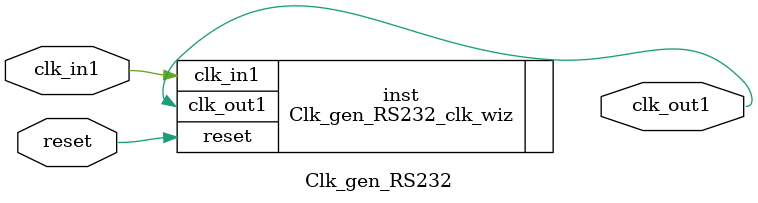
<source format=v>


`timescale 1ps/1ps

(* CORE_GENERATION_INFO = "Clk_gen_RS232,clk_wiz_v6_0_4_0_0,{component_name=Clk_gen_RS232,use_phase_alignment=true,use_min_o_jitter=false,use_max_i_jitter=false,use_dyn_phase_shift=false,use_inclk_switchover=false,use_dyn_reconfig=false,enable_axi=0,feedback_source=FDBK_AUTO,PRIMITIVE=MMCM,num_out_clk=1,clkin1_period=10.000,clkin2_period=10.000,use_power_down=false,use_reset=true,use_locked=false,use_inclk_stopped=false,feedback_type=SINGLE,CLOCK_MGR_TYPE=NA,manual_override=false}" *)

module Clk_gen_RS232 
 (
  // Clock out ports
  output        clk_out1,
  // Status and control signals
  input         reset,
 // Clock in ports
  input         clk_in1
 );

  Clk_gen_RS232_clk_wiz inst
  (
  // Clock out ports  
  .clk_out1(clk_out1),
  // Status and control signals               
  .reset(reset), 
 // Clock in ports
  .clk_in1(clk_in1)
  );

endmodule

</source>
